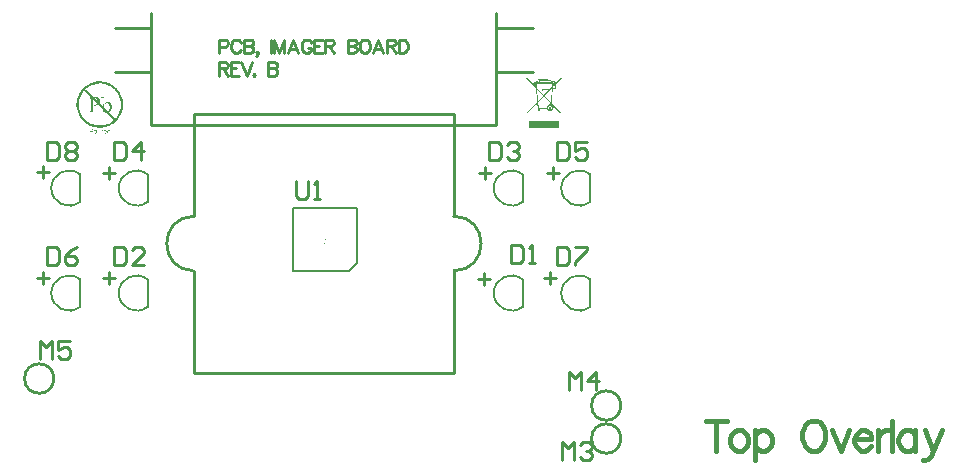
<source format=gto>
%FSLAX23Y23*%
%MOIN*%
G70*
G01*
G75*
G04 Layer_Color=65535*
%ADD10C,0.016*%
%ADD11C,0.010*%
%ADD12C,0.020*%
%ADD13C,0.018*%
%ADD14C,0.015*%
%ADD15C,0.100*%
%ADD16C,0.145*%
%ADD17C,0.050*%
%ADD18C,0.070*%
%ADD19C,0.060*%
%ADD20O,0.060X0.061*%
%ADD21C,0.059*%
%ADD22C,0.059*%
%ADD23R,0.059X0.059*%
%ADD24C,0.025*%
%ADD25R,0.051X0.059*%
%ADD26R,0.058X0.039*%
%ADD27R,0.022X0.057*%
%ADD28R,0.022X0.057*%
%ADD29R,0.039X0.058*%
%ADD30R,0.035X0.037*%
%ADD31R,0.035X0.037*%
%ADD32C,0.020*%
%ADD33C,0.025*%
%ADD34C,0.004*%
%ADD35C,0.006*%
%ADD36C,0.005*%
G36*
X1784Y1150D02*
Y1149D01*
Y1149D01*
Y1148D01*
Y1146D01*
Y1146D01*
Y1146D01*
Y1145D01*
Y1144D01*
Y1142D01*
Y1141D01*
Y1137D01*
Y1137D01*
Y1137D01*
Y1136D01*
Y1135D01*
Y1132D01*
Y1129D01*
Y1129D01*
Y1128D01*
Y1127D01*
Y1126D01*
Y1125D01*
Y1125D01*
X1682D01*
Y1126D01*
Y1126D01*
Y1127D01*
Y1128D01*
Y1129D01*
Y1129D01*
Y1130D01*
Y1130D01*
Y1131D01*
Y1133D01*
Y1134D01*
Y1137D01*
Y1138D01*
Y1138D01*
Y1139D01*
Y1140D01*
Y1143D01*
Y1146D01*
Y1146D01*
Y1147D01*
Y1148D01*
Y1150D01*
Y1150D01*
Y1150D01*
X1784D01*
Y1150D01*
D02*
G37*
G36*
X251Y1111D02*
X245D01*
Y1113D01*
X251D01*
Y1111D01*
D02*
G37*
G36*
X264Y1118D02*
X265Y1118D01*
X264Y1116D01*
X264Y1116D01*
X263Y1116D01*
X262D01*
X262Y1116D01*
X262Y1116D01*
X261Y1115D01*
Y1115D01*
X261Y1114D01*
X261Y1113D01*
Y1112D01*
Y1107D01*
X259D01*
Y1118D01*
X261D01*
Y1116D01*
X261Y1116D01*
X261Y1117D01*
X261Y1117D01*
X262Y1118D01*
X262D01*
X262Y1118D01*
X264D01*
X264Y1118D01*
D02*
G37*
G36*
X256Y1281D02*
X258Y1281D01*
X261Y1281D01*
X264Y1280D01*
X268Y1280D01*
X272Y1279D01*
X276Y1278D01*
X280Y1276D01*
X285Y1274D01*
X290Y1272D01*
X294Y1269D01*
X299Y1266D01*
X304Y1263D01*
X308Y1259D01*
X308Y1259D01*
X309Y1258D01*
X310Y1256D01*
X311Y1255D01*
X313Y1253D01*
X315Y1250D01*
X317Y1247D01*
X319Y1243D01*
X321Y1239D01*
X323Y1235D01*
X325Y1231D01*
X327Y1226D01*
X329Y1221D01*
X330Y1215D01*
X330Y1210D01*
X331Y1204D01*
Y1203D01*
Y1202D01*
X330Y1201D01*
X330Y1198D01*
X330Y1196D01*
X329Y1192D01*
X329Y1189D01*
X328Y1185D01*
X327Y1180D01*
X325Y1176D01*
X323Y1171D01*
X321Y1167D01*
X318Y1162D01*
X315Y1158D01*
X312Y1153D01*
X308Y1149D01*
X308Y1148D01*
X307Y1148D01*
X305Y1146D01*
X304Y1145D01*
X302Y1143D01*
X299Y1141D01*
X296Y1139D01*
X292Y1137D01*
X288Y1135D01*
X284Y1133D01*
X280Y1131D01*
X275Y1129D01*
X270Y1128D01*
X264Y1127D01*
X259Y1126D01*
X253Y1126D01*
X251D01*
X250Y1126D01*
X247Y1126D01*
X245Y1127D01*
X241Y1127D01*
X238Y1128D01*
X234Y1129D01*
X229Y1130D01*
X225Y1131D01*
X221Y1133D01*
X216Y1135D01*
X211Y1138D01*
X207Y1141D01*
X202Y1145D01*
X198Y1149D01*
X197Y1149D01*
X197Y1150D01*
X196Y1151D01*
X194Y1153D01*
X192Y1155D01*
X190Y1158D01*
X188Y1161D01*
X186Y1164D01*
X184Y1168D01*
X182Y1172D01*
X180Y1177D01*
X179Y1181D01*
X177Y1187D01*
X176Y1192D01*
X175Y1198D01*
X175Y1204D01*
Y1204D01*
Y1205D01*
X175Y1207D01*
X175Y1209D01*
X176Y1212D01*
X176Y1215D01*
X177Y1219D01*
X178Y1223D01*
X179Y1227D01*
X180Y1231D01*
X182Y1236D01*
X185Y1241D01*
X187Y1245D01*
X190Y1250D01*
X194Y1254D01*
X198Y1259D01*
X198Y1259D01*
X199Y1260D01*
X200Y1261D01*
X202Y1262D01*
X204Y1264D01*
X207Y1266D01*
X210Y1268D01*
X213Y1270D01*
X217Y1272D01*
X221Y1274D01*
X226Y1276D01*
X230Y1278D01*
X236Y1279D01*
X241Y1281D01*
X247Y1281D01*
X253Y1282D01*
X254D01*
X256Y1281D01*
D02*
G37*
G36*
X258Y1122D02*
X258Y1121D01*
X258D01*
X258Y1121D01*
X256D01*
X256Y1121D01*
X255Y1121D01*
Y1120D01*
X255Y1120D01*
X255Y1119D01*
Y1118D01*
X257D01*
Y1117D01*
X255D01*
Y1107D01*
X253D01*
Y1117D01*
X252D01*
Y1118D01*
X253D01*
Y1119D01*
Y1119D01*
Y1120D01*
Y1120D01*
X254Y1121D01*
Y1121D01*
X254Y1121D01*
X254Y1122D01*
X254Y1122D01*
X255D01*
X255Y1122D01*
X256Y1122D01*
X257D01*
X258Y1122D01*
D02*
G37*
G36*
X1792Y1292D02*
X1769Y1268D01*
X1772D01*
Y1256D01*
X1763D01*
X1761Y1236D01*
X1759Y1209D01*
X1789Y1178D01*
X1786Y1176D01*
X1758Y1205D01*
X1758Y1203D01*
X1760Y1203D01*
X1761Y1202D01*
X1762Y1200D01*
X1763Y1199D01*
X1764Y1198D01*
X1765Y1196D01*
X1765Y1195D01*
X1765Y1193D01*
X1765Y1191D01*
X1764Y1189D01*
X1763Y1187D01*
X1762Y1185D01*
X1761Y1184D01*
X1759Y1183D01*
X1757Y1182D01*
X1755Y1182D01*
X1753Y1181D01*
X1751Y1182D01*
X1749Y1183D01*
X1746Y1184D01*
X1745Y1186D01*
X1744Y1187D01*
X1743Y1189D01*
X1721D01*
Y1181D01*
X1714D01*
Y1189D01*
X1713D01*
X1711Y1209D01*
X1679Y1176D01*
X1677Y1178D01*
X1711Y1213D01*
X1709Y1229D01*
X1707Y1250D01*
X1706Y1259D01*
X1675Y1292D01*
X1677Y1294D01*
X1706Y1264D01*
X1705Y1271D01*
X1700D01*
Y1277D01*
X1705D01*
X1705Y1278D01*
X1705Y1279D01*
X1706Y1279D01*
X1706Y1280D01*
X1707Y1281D01*
X1708Y1282D01*
X1710Y1283D01*
X1711Y1283D01*
X1712Y1284D01*
Y1287D01*
X1720D01*
Y1286D01*
X1722Y1286D01*
X1724Y1287D01*
X1727Y1287D01*
X1728Y1287D01*
Y1289D01*
X1746D01*
Y1287D01*
X1748Y1286D01*
X1751Y1286D01*
X1754Y1285D01*
X1756Y1284D01*
X1759Y1283D01*
X1760Y1283D01*
X1762Y1282D01*
X1763Y1281D01*
X1763Y1281D01*
X1764Y1282D01*
X1765Y1283D01*
X1766Y1283D01*
X1768Y1283D01*
X1769Y1282D01*
X1770Y1281D01*
X1771Y1280D01*
X1771Y1279D01*
Y1278D01*
Y1277D01*
X1771Y1276D01*
X1771Y1276D01*
X1770Y1275D01*
X1769Y1274D01*
X1769Y1274D01*
X1768Y1273D01*
Y1272D01*
X1790Y1294D01*
X1792Y1292D01*
D02*
G37*
G36*
X272Y1118D02*
X273Y1118D01*
X274Y1117D01*
X275Y1116D01*
X275Y1116D01*
X276Y1114D01*
X276Y1112D01*
Y1112D01*
Y1112D01*
X268D01*
Y1112D01*
X268Y1111D01*
X268Y1110D01*
X269Y1109D01*
X269Y1109D01*
X269Y1109D01*
X270Y1108D01*
X271Y1108D01*
X271D01*
X272Y1108D01*
X273Y1109D01*
X273Y1109D01*
X273Y1109D01*
X273Y1110D01*
X274Y1110D01*
X276Y1110D01*
Y1110D01*
X275Y1109D01*
X275Y1108D01*
X274Y1107D01*
X274Y1107D01*
X273Y1107D01*
X272Y1107D01*
X271Y1106D01*
X271D01*
X270Y1107D01*
X268Y1107D01*
X267Y1108D01*
X267Y1108D01*
X266Y1109D01*
X266Y1111D01*
X265Y1112D01*
Y1112D01*
Y1113D01*
X266Y1114D01*
X266Y1115D01*
X267Y1117D01*
X267Y1117D01*
X268Y1117D01*
X269Y1118D01*
X271Y1118D01*
X271D01*
X272Y1118D01*
D02*
G37*
G36*
X284D02*
X285Y1118D01*
X287Y1117D01*
X287Y1116D01*
X287Y1116D01*
X288Y1114D01*
X288Y1112D01*
Y1112D01*
Y1112D01*
X279D01*
Y1112D01*
X280Y1111D01*
X280Y1110D01*
X281Y1109D01*
X281Y1109D01*
X281Y1109D01*
X282Y1108D01*
X283Y1108D01*
X284D01*
X284Y1108D01*
X285Y1109D01*
X285Y1109D01*
X285Y1109D01*
X286Y1110D01*
X286Y1110D01*
X288Y1110D01*
Y1110D01*
X287Y1109D01*
X287Y1108D01*
X286Y1107D01*
X286Y1107D01*
X285Y1107D01*
X284Y1107D01*
X283Y1106D01*
X283D01*
X282Y1107D01*
X280Y1107D01*
X279Y1108D01*
X279Y1108D01*
X278Y1109D01*
X278Y1110D01*
X278Y1112D01*
Y1112D01*
Y1113D01*
X278Y1114D01*
X278Y1115D01*
X279Y1117D01*
X279Y1117D01*
X280Y1117D01*
X281Y1118D01*
X283Y1118D01*
X283D01*
X284Y1118D01*
D02*
G37*
G36*
X227Y1122D02*
X228D01*
X229Y1122D01*
X229Y1121D01*
X229Y1121D01*
X230Y1121D01*
X231Y1120D01*
Y1120D01*
X231Y1119D01*
X231Y1119D01*
Y1118D01*
Y1117D01*
X231Y1117D01*
X231Y1116D01*
X230Y1114D01*
X230Y1114D01*
X229Y1114D01*
X227Y1113D01*
X225Y1113D01*
X221D01*
Y1107D01*
X219D01*
Y1122D01*
X226D01*
X227Y1122D01*
D02*
G37*
G36*
X235Y1117D02*
X236Y1117D01*
X236Y1118D01*
X237Y1118D01*
X238Y1118D01*
X239D01*
X240Y1118D01*
X241D01*
X241Y1118D01*
X242Y1117D01*
X242Y1116D01*
X242Y1116D01*
X243Y1115D01*
Y1115D01*
X243Y1114D01*
Y1113D01*
Y1112D01*
Y1112D01*
Y1112D01*
X243Y1111D01*
X243Y1109D01*
X242Y1108D01*
X242Y1108D01*
X241Y1107D01*
X240Y1107D01*
X238Y1106D01*
X238D01*
X237Y1107D01*
X236Y1107D01*
X235Y1108D01*
Y1107D01*
X233D01*
Y1122D01*
X235D01*
Y1117D01*
D02*
G37*
%LPC*%
G36*
X300Y1152D02*
X300Y1152D01*
X300Y1152D01*
X300Y1152D01*
D02*
G37*
G36*
X276Y1208D02*
X276D01*
X275Y1207D01*
X274Y1207D01*
X272Y1207D01*
X272Y1206D01*
X271Y1206D01*
X270Y1205D01*
X268Y1204D01*
Y1194D01*
X281Y1181D01*
X282Y1181D01*
X282Y1181D01*
X283Y1182D01*
X283Y1183D01*
X283Y1183D01*
X284Y1184D01*
X284Y1184D01*
X285Y1186D01*
X285Y1187D01*
X286Y1189D01*
X286Y1191D01*
X286Y1194D01*
Y1194D01*
Y1195D01*
X286Y1196D01*
X286Y1198D01*
X285Y1199D01*
X285Y1201D01*
X284Y1203D01*
X283Y1204D01*
X283Y1204D01*
X283Y1205D01*
X282Y1205D01*
X281Y1206D01*
X279Y1207D01*
X278Y1207D01*
X276Y1208D01*
D02*
G37*
G36*
X253Y1274D02*
X251D01*
X250Y1274D01*
X248Y1273D01*
X245Y1273D01*
X243Y1273D01*
X239Y1272D01*
X236Y1271D01*
X232Y1270D01*
X228Y1269D01*
X224Y1267D01*
X220Y1265D01*
X215Y1263D01*
X211Y1260D01*
X207Y1257D01*
X203Y1253D01*
X203Y1253D01*
X202Y1252D01*
X203Y1253D01*
X206Y1256D01*
X233Y1229D01*
X236D01*
X237Y1229D01*
X241Y1228D01*
X243Y1228D01*
X244Y1227D01*
X245D01*
X245Y1227D01*
X246Y1227D01*
X247Y1226D01*
X249Y1225D01*
X251Y1223D01*
X251Y1222D01*
X251Y1222D01*
X252Y1221D01*
X252Y1220D01*
X253Y1219D01*
X253Y1218D01*
X254Y1216D01*
X254Y1214D01*
Y1214D01*
Y1214D01*
Y1213D01*
X253Y1211D01*
X253Y1209D01*
X262Y1200D01*
Y1217D01*
Y1217D01*
Y1218D01*
Y1219D01*
Y1220D01*
Y1222D01*
X262Y1223D01*
Y1224D01*
Y1224D01*
X262Y1225D01*
X262Y1225D01*
X261Y1226D01*
Y1226D01*
X261Y1226D01*
X260Y1226D01*
X259D01*
X258Y1226D01*
X257Y1226D01*
X256Y1227D01*
X267Y1231D01*
X268D01*
Y1206D01*
X269Y1206D01*
X269Y1207D01*
X270Y1208D01*
X272Y1210D01*
X273Y1211D01*
X275Y1212D01*
X277Y1213D01*
X279Y1213D01*
X280D01*
X281Y1213D01*
X283Y1212D01*
X284Y1212D01*
X286Y1211D01*
X287Y1210D01*
X289Y1209D01*
X289Y1208D01*
X289Y1208D01*
X290Y1207D01*
X291Y1205D01*
X291Y1204D01*
X292Y1201D01*
X293Y1199D01*
X293Y1196D01*
Y1196D01*
Y1196D01*
Y1194D01*
X292Y1193D01*
X292Y1191D01*
X291Y1188D01*
X290Y1186D01*
X289Y1183D01*
X287Y1181D01*
X286Y1181D01*
X286Y1180D01*
X285Y1179D01*
X284Y1179D01*
X305Y1157D01*
X305Y1158D01*
X307Y1160D01*
X309Y1162D01*
X311Y1165D01*
X313Y1168D01*
X314Y1171D01*
X316Y1175D01*
X318Y1179D01*
X320Y1184D01*
X321Y1188D01*
X322Y1193D01*
X323Y1198D01*
X323Y1204D01*
Y1204D01*
Y1205D01*
X323Y1206D01*
X322Y1209D01*
X322Y1211D01*
X322Y1214D01*
X321Y1217D01*
X320Y1221D01*
X319Y1225D01*
X318Y1229D01*
X316Y1233D01*
X314Y1237D01*
X312Y1241D01*
X309Y1245D01*
X306Y1249D01*
X302Y1253D01*
X302Y1254D01*
X301Y1254D01*
X300Y1255D01*
X299Y1256D01*
X297Y1258D01*
X294Y1260D01*
X292Y1262D01*
X288Y1264D01*
X285Y1265D01*
X281Y1267D01*
X277Y1269D01*
X273Y1271D01*
X268Y1272D01*
X263Y1273D01*
X258Y1274D01*
X253Y1274D01*
D02*
G37*
G36*
X305Y1157D02*
X304Y1156D01*
X302Y1154D01*
X300Y1152D01*
X302Y1154D01*
X303Y1154D01*
X303Y1155D01*
X304Y1156D01*
X305Y1157D01*
X305Y1157D01*
D02*
G37*
G36*
X271Y1117D02*
X270D01*
X269Y1116D01*
X269Y1116D01*
X268Y1116D01*
X268Y1115D01*
X268Y1114D01*
X268Y1113D01*
X274D01*
Y1114D01*
X274Y1114D01*
X273Y1115D01*
X273Y1116D01*
X273Y1116D01*
X273Y1116D01*
X272Y1116D01*
X271Y1117D01*
D02*
G37*
G36*
X238D02*
X238D01*
X237Y1116D01*
X237Y1116D01*
X236Y1116D01*
X236Y1115D01*
X236Y1115D01*
X235Y1114D01*
X235Y1112D01*
Y1112D01*
Y1111D01*
X235Y1110D01*
X236Y1110D01*
X236Y1109D01*
X236Y1109D01*
X237Y1108D01*
X238Y1108D01*
X238D01*
X239Y1108D01*
X240Y1109D01*
X240Y1109D01*
X241Y1109D01*
X241Y1110D01*
X241Y1111D01*
X241Y1112D01*
Y1112D01*
Y1113D01*
Y1114D01*
X241Y1115D01*
X240Y1116D01*
X240Y1116D01*
X240Y1116D01*
X239Y1116D01*
X238Y1117D01*
D02*
G37*
G36*
X283D02*
X282D01*
X281Y1116D01*
X281Y1116D01*
X280Y1116D01*
X280Y1115D01*
X280Y1114D01*
X280Y1113D01*
X286D01*
Y1114D01*
X286Y1114D01*
X286Y1115D01*
X285Y1116D01*
X285Y1116D01*
X285Y1116D01*
X284Y1116D01*
X283Y1117D01*
D02*
G37*
G36*
X201Y1250D02*
X200Y1250D01*
X198Y1248D01*
X197Y1245D01*
X195Y1243D01*
X193Y1239D01*
X191Y1236D01*
X189Y1232D01*
X187Y1228D01*
X186Y1224D01*
X185Y1219D01*
X184Y1214D01*
X183Y1209D01*
X183Y1204D01*
Y1203D01*
Y1202D01*
X183Y1201D01*
X183Y1199D01*
X183Y1196D01*
X184Y1193D01*
X184Y1190D01*
X185Y1187D01*
X186Y1183D01*
X188Y1179D01*
X189Y1175D01*
X191Y1171D01*
X194Y1166D01*
X196Y1162D01*
X200Y1158D01*
X203Y1154D01*
X203Y1154D01*
X204Y1153D01*
X205Y1152D01*
X207Y1151D01*
X209Y1149D01*
X211Y1148D01*
X214Y1146D01*
X217Y1144D01*
X221Y1142D01*
X224Y1140D01*
X229Y1138D01*
X233Y1137D01*
X237Y1136D01*
X242Y1135D01*
X247Y1134D01*
X253Y1134D01*
X254D01*
X255Y1134D01*
X258Y1134D01*
X260Y1134D01*
X263Y1135D01*
X266Y1135D01*
X270Y1136D01*
X274Y1137D01*
X278Y1139D01*
X282Y1140D01*
X286Y1142D01*
X290Y1145D01*
X294Y1147D01*
X298Y1151D01*
X300Y1152D01*
X275Y1176D01*
X274D01*
X273Y1176D01*
X271Y1177D01*
X269Y1177D01*
X268D01*
X268Y1178D01*
X267Y1178D01*
X267Y1178D01*
X264Y1179D01*
X262Y1181D01*
Y1189D01*
X248Y1203D01*
X248Y1203D01*
X247Y1203D01*
X247Y1202D01*
X246Y1202D01*
X244Y1201D01*
X242Y1201D01*
X240Y1201D01*
X238Y1200D01*
X235D01*
X234Y1201D01*
X233D01*
X233Y1201D01*
X231Y1201D01*
X229Y1201D01*
Y1186D01*
Y1186D01*
Y1186D01*
Y1185D01*
X229Y1184D01*
X230Y1182D01*
X230Y1181D01*
X230Y1180D01*
X230Y1180D01*
X231Y1179D01*
X233Y1179D01*
X235Y1179D01*
X237D01*
Y1177D01*
X214D01*
Y1179D01*
X217D01*
X218Y1179D01*
X220Y1180D01*
X221Y1180D01*
X221Y1181D01*
X221Y1181D01*
Y1181D01*
X221Y1182D01*
X222Y1183D01*
Y1184D01*
X222Y1185D01*
Y1186D01*
Y1220D01*
Y1220D01*
Y1220D01*
Y1221D01*
X222Y1222D01*
X221Y1224D01*
X221Y1225D01*
X221Y1226D01*
X221Y1226D01*
X220Y1227D01*
X218Y1227D01*
X216Y1227D01*
X214D01*
Y1229D01*
X222D01*
X201Y1250D01*
D02*
G37*
G36*
X227Y1121D02*
X221D01*
Y1115D01*
X226D01*
X226Y1115D01*
X227Y1115D01*
X228Y1116D01*
X228Y1116D01*
X229Y1116D01*
X229Y1117D01*
X229Y1118D01*
Y1118D01*
Y1118D01*
X229Y1119D01*
Y1120D01*
X228Y1120D01*
X228Y1120D01*
X227Y1120D01*
X227D01*
X227Y1121D01*
D02*
G37*
G36*
X229Y1222D02*
Y1204D01*
X229D01*
X230Y1203D01*
X232Y1203D01*
X233Y1203D01*
X234D01*
X235Y1203D01*
X236D01*
X237Y1203D01*
X238Y1203D01*
X239Y1204D01*
X240Y1204D01*
X241Y1205D01*
X242Y1206D01*
X242Y1206D01*
X243Y1206D01*
X243Y1207D01*
X244Y1208D01*
X229Y1222D01*
D02*
G37*
G36*
X1769Y1265D02*
X1762D01*
Y1259D01*
X1769D01*
Y1265D01*
D02*
G37*
G36*
X1766Y1279D02*
X1766D01*
X1765Y1279D01*
X1765Y1279D01*
X1765Y1278D01*
Y1278D01*
X1765Y1277D01*
X1765Y1277D01*
X1766Y1276D01*
X1766D01*
X1767Y1277D01*
X1768Y1277D01*
X1768Y1278D01*
Y1278D01*
X1768Y1279D01*
X1767Y1279D01*
X1766Y1279D01*
D02*
G37*
G36*
X1761Y1271D02*
X1709D01*
X1710Y1260D01*
X1733Y1236D01*
X1744Y1247D01*
X1728D01*
Y1254D01*
X1751D01*
X1759Y1262D01*
Y1268D01*
X1761D01*
X1761Y1271D01*
D02*
G37*
G36*
X1748Y1251D02*
X1731D01*
Y1250D01*
X1748D01*
Y1251D01*
D02*
G37*
G36*
X1716Y1284D02*
X1715D01*
Y1280D01*
X1716D01*
Y1284D01*
D02*
G37*
G36*
X1743Y1286D02*
X1731D01*
X1732Y1284D01*
X1743D01*
Y1286D01*
D02*
G37*
G36*
X1712Y1280D02*
X1710Y1279D01*
X1709Y1278D01*
X1708Y1278D01*
X1708Y1277D01*
X1712D01*
Y1280D01*
D02*
G37*
G36*
X1728Y1283D02*
X1725Y1283D01*
X1722Y1283D01*
X1720Y1282D01*
Y1277D01*
X1761D01*
Y1278D01*
X1760Y1279D01*
X1758Y1280D01*
X1756Y1281D01*
X1753Y1282D01*
X1750Y1283D01*
X1746Y1283D01*
Y1281D01*
X1728D01*
Y1283D01*
D02*
G37*
G36*
X1710Y1255D02*
X1714Y1216D01*
X1731Y1233D01*
X1710Y1255D01*
D02*
G37*
G36*
X201Y1251D02*
X201Y1251D01*
X201Y1250D01*
X201Y1251D01*
D02*
G37*
G36*
X1754Y1199D02*
X1753D01*
X1752Y1198D01*
X1751Y1198D01*
X1750Y1197D01*
X1749Y1196D01*
X1748Y1195D01*
X1748Y1193D01*
Y1193D01*
Y1192D01*
X1748Y1191D01*
X1749Y1190D01*
X1749Y1189D01*
X1750Y1188D01*
X1752Y1187D01*
X1754Y1187D01*
X1754D01*
X1755Y1188D01*
X1756Y1188D01*
X1757Y1189D01*
X1758Y1190D01*
X1759Y1191D01*
X1759Y1193D01*
Y1193D01*
Y1194D01*
X1759Y1195D01*
X1758Y1196D01*
X1758Y1197D01*
X1757Y1198D01*
X1755Y1198D01*
X1754Y1199D01*
D02*
G37*
G36*
X1718Y1189D02*
X1717D01*
Y1184D01*
X1718D01*
Y1189D01*
D02*
G37*
G36*
X1759Y1258D02*
X1751Y1250D01*
Y1247D01*
X1749D01*
X1736Y1233D01*
X1756Y1212D01*
X1759Y1256D01*
X1759D01*
Y1258D01*
D02*
G37*
G36*
X1733Y1231D02*
X1714Y1212D01*
X1716Y1192D01*
X1742D01*
X1742Y1194D01*
X1743Y1196D01*
X1744Y1198D01*
X1745Y1200D01*
X1746Y1202D01*
X1748Y1203D01*
X1750Y1204D01*
X1752Y1204D01*
X1754Y1204D01*
X1755Y1204D01*
X1755Y1208D01*
X1733Y1231D01*
D02*
G37*
G36*
X237Y1225D02*
X245Y1218D01*
Y1218D01*
X245Y1218D01*
X244Y1219D01*
X244Y1220D01*
Y1220D01*
X244Y1220D01*
X243Y1221D01*
X241Y1223D01*
X240Y1224D01*
X240Y1224D01*
X239Y1225D01*
X238Y1225D01*
X237Y1225D01*
D02*
G37*
%LPD*%
G36*
X1755Y1196D02*
X1756Y1196D01*
X1757Y1195D01*
X1757Y1194D01*
X1757Y1193D01*
Y1193D01*
Y1192D01*
X1757Y1191D01*
X1756Y1190D01*
X1756Y1190D01*
X1755Y1189D01*
X1754Y1189D01*
X1753D01*
X1752Y1190D01*
X1751Y1190D01*
X1750Y1191D01*
X1750Y1192D01*
X1750Y1193D01*
Y1193D01*
Y1194D01*
X1750Y1195D01*
X1751Y1196D01*
X1751Y1196D01*
X1752Y1196D01*
X1754Y1197D01*
X1754D01*
X1755Y1196D01*
D02*
G37*
%LPC*%
G36*
X1754Y1194D02*
X1753D01*
X1753Y1193D01*
Y1193D01*
Y1193D01*
X1753Y1193D01*
X1754Y1192D01*
X1754D01*
X1754Y1193D01*
Y1193D01*
Y1193D01*
Y1193D01*
X1754Y1194D01*
D02*
G37*
%LPD*%
D11*
X567Y831D02*
G03*
X567Y649I0J-91D01*
G01*
X1433D02*
G03*
X1433Y831I0J91D01*
G01*
X100Y290D02*
G03*
X100Y290I-49J0D01*
G01*
X1990Y90D02*
G03*
X1990Y90I-49J0D01*
G01*
Y200D02*
G03*
X1990Y200I-49J0D01*
G01*
X1576Y1458D02*
X1696D01*
X1576Y1313D02*
X1696D01*
X305D02*
X425D01*
Y1135D02*
X1575D01*
X305Y1458D02*
X425D01*
Y1135D02*
Y1510D01*
X1575Y1135D02*
Y1510D01*
X567Y307D02*
X1433D01*
X567Y1173D02*
X1433D01*
X567Y307D02*
Y649D01*
Y831D02*
Y1173D01*
X1433Y307D02*
Y649D01*
Y831D02*
Y1173D01*
X906Y949D02*
Y899D01*
X916Y889D01*
X936D01*
X946Y899D01*
Y949D01*
X966Y889D02*
X986D01*
X976D01*
Y949D01*
X966Y939D01*
X76Y1077D02*
Y1017D01*
X106D01*
X116Y1027D01*
Y1067D01*
X106Y1077D01*
X76D01*
X136Y1067D02*
X146Y1077D01*
X166D01*
X176Y1067D01*
Y1057D01*
X166Y1047D01*
X176Y1037D01*
Y1027D01*
X166Y1017D01*
X146D01*
X136Y1027D01*
Y1037D01*
X146Y1047D01*
X136Y1057D01*
Y1067D01*
X146Y1047D02*
X166D01*
X1776Y727D02*
Y667D01*
X1806D01*
X1816Y677D01*
Y717D01*
X1806Y727D01*
X1776D01*
X1836D02*
X1876D01*
Y717D01*
X1836Y677D01*
Y667D01*
X76Y727D02*
Y667D01*
X106D01*
X116Y677D01*
Y717D01*
X106Y727D01*
X76D01*
X176D02*
X156Y717D01*
X136Y697D01*
Y677D01*
X146Y667D01*
X166D01*
X176Y677D01*
Y687D01*
X166Y697D01*
X136D01*
X1776Y1077D02*
Y1017D01*
X1806D01*
X1816Y1027D01*
Y1067D01*
X1806Y1077D01*
X1776D01*
X1876D02*
X1836D01*
Y1047D01*
X1856Y1057D01*
X1866D01*
X1876Y1047D01*
Y1027D01*
X1866Y1017D01*
X1846D01*
X1836Y1027D01*
X301Y1077D02*
Y1017D01*
X331D01*
X341Y1027D01*
Y1067D01*
X331Y1077D01*
X301D01*
X391Y1017D02*
Y1077D01*
X361Y1047D01*
X401D01*
X1551Y1077D02*
Y1017D01*
X1581D01*
X1591Y1027D01*
Y1067D01*
X1581Y1077D01*
X1551D01*
X1611Y1067D02*
X1621Y1077D01*
X1641D01*
X1651Y1067D01*
Y1057D01*
X1641Y1047D01*
X1631D01*
X1641D01*
X1651Y1037D01*
Y1027D01*
X1641Y1017D01*
X1621D01*
X1611Y1027D01*
X301Y727D02*
Y667D01*
X331D01*
X341Y677D01*
Y717D01*
X331Y727D01*
X301D01*
X401Y667D02*
X361D01*
X401Y707D01*
Y717D01*
X391Y727D01*
X371D01*
X361Y717D01*
X1625Y735D02*
Y675D01*
X1655D01*
X1665Y685D01*
Y725D01*
X1655Y735D01*
X1625D01*
X1685Y675D02*
X1705D01*
X1695D01*
Y735D01*
X1685Y725D01*
X1793Y19D02*
Y79D01*
X1813Y59D01*
X1833Y79D01*
Y19D01*
X1853Y69D02*
X1863Y79D01*
X1883D01*
X1893Y69D01*
Y59D01*
X1883Y49D01*
X1873D01*
X1883D01*
X1893Y39D01*
Y29D01*
X1883Y19D01*
X1863D01*
X1853Y29D01*
X1816Y253D02*
Y313D01*
X1836Y293D01*
X1856Y313D01*
Y253D01*
X1906D02*
Y313D01*
X1876Y283D01*
X1916D01*
X55Y354D02*
Y414D01*
X75Y394D01*
X95Y414D01*
Y354D01*
X155Y414D02*
X115D01*
Y384D01*
X135Y394D01*
X145D01*
X155Y384D01*
Y364D01*
X145Y354D01*
X125D01*
X115Y364D01*
X650Y1396D02*
X669D01*
X676Y1399D01*
X678Y1401D01*
X680Y1405D01*
Y1411D01*
X678Y1416D01*
X676Y1418D01*
X669Y1420D01*
X650D01*
Y1375D01*
X722Y1409D02*
X720Y1414D01*
X716Y1418D01*
X711Y1420D01*
X703D01*
X699Y1418D01*
X694Y1414D01*
X692Y1409D01*
X690Y1403D01*
Y1392D01*
X692Y1386D01*
X694Y1381D01*
X699Y1377D01*
X703Y1375D01*
X711D01*
X716Y1377D01*
X720Y1381D01*
X722Y1386D01*
X735Y1420D02*
Y1375D01*
Y1420D02*
X754D01*
X761Y1418D01*
X763Y1416D01*
X765Y1411D01*
Y1407D01*
X763Y1403D01*
X761Y1401D01*
X754Y1399D01*
X735D02*
X754D01*
X761Y1396D01*
X763Y1394D01*
X765Y1390D01*
Y1384D01*
X763Y1379D01*
X761Y1377D01*
X754Y1375D01*
X735D01*
X779Y1377D02*
X777Y1375D01*
X775Y1377D01*
X777Y1379D01*
X779Y1377D01*
Y1373D01*
X777Y1369D01*
X775Y1366D01*
X824Y1420D02*
Y1375D01*
X834Y1420D02*
Y1375D01*
Y1420D02*
X851Y1375D01*
X868Y1420D02*
X851Y1375D01*
X868Y1420D02*
Y1375D01*
X915D02*
X898Y1420D01*
X881Y1375D01*
X887Y1390D02*
X909D01*
X958Y1409D02*
X956Y1414D01*
X951Y1418D01*
X947Y1420D01*
X939D01*
X934Y1418D01*
X930Y1414D01*
X928Y1409D01*
X926Y1403D01*
Y1392D01*
X928Y1386D01*
X930Y1381D01*
X934Y1377D01*
X939Y1375D01*
X947D01*
X951Y1377D01*
X956Y1381D01*
X958Y1386D01*
Y1392D01*
X947D02*
X958D01*
X996Y1420D02*
X968D01*
Y1375D01*
X996D01*
X968Y1399D02*
X985D01*
X1003Y1420D02*
Y1375D01*
Y1420D02*
X1023D01*
X1029Y1418D01*
X1031Y1416D01*
X1033Y1411D01*
Y1407D01*
X1031Y1403D01*
X1029Y1401D01*
X1023Y1399D01*
X1003D01*
X1018D02*
X1033Y1375D01*
X1079Y1420D02*
Y1375D01*
Y1420D02*
X1098D01*
X1105Y1418D01*
X1107Y1416D01*
X1109Y1411D01*
Y1407D01*
X1107Y1403D01*
X1105Y1401D01*
X1098Y1399D01*
X1079D02*
X1098D01*
X1105Y1396D01*
X1107Y1394D01*
X1109Y1390D01*
Y1384D01*
X1107Y1379D01*
X1105Y1377D01*
X1098Y1375D01*
X1079D01*
X1132Y1420D02*
X1128Y1418D01*
X1123Y1414D01*
X1121Y1409D01*
X1119Y1403D01*
Y1392D01*
X1121Y1386D01*
X1123Y1381D01*
X1128Y1377D01*
X1132Y1375D01*
X1140D01*
X1145Y1377D01*
X1149Y1381D01*
X1151Y1386D01*
X1153Y1392D01*
Y1403D01*
X1151Y1409D01*
X1149Y1414D01*
X1145Y1418D01*
X1140Y1420D01*
X1132D01*
X1198Y1375D02*
X1181Y1420D01*
X1164Y1375D01*
X1170Y1390D02*
X1192D01*
X1209Y1420D02*
Y1375D01*
Y1420D02*
X1228D01*
X1234Y1418D01*
X1236Y1416D01*
X1239Y1411D01*
Y1407D01*
X1236Y1403D01*
X1234Y1401D01*
X1228Y1399D01*
X1209D01*
X1224D02*
X1239Y1375D01*
X1249Y1420D02*
Y1375D01*
Y1420D02*
X1264D01*
X1270Y1418D01*
X1274Y1414D01*
X1276Y1409D01*
X1279Y1403D01*
Y1392D01*
X1276Y1386D01*
X1274Y1381D01*
X1270Y1377D01*
X1264Y1375D01*
X1249D01*
X650Y1345D02*
Y1300D01*
Y1345D02*
X669D01*
X676Y1343D01*
X678Y1341D01*
X680Y1336D01*
Y1332D01*
X678Y1328D01*
X676Y1326D01*
X669Y1324D01*
X650D01*
X665D02*
X680Y1300D01*
X718Y1345D02*
X690D01*
Y1300D01*
X718D01*
X690Y1324D02*
X707D01*
X725Y1345D02*
X743Y1300D01*
X760Y1345D02*
X743Y1300D01*
X768Y1304D02*
X765Y1302D01*
X768Y1300D01*
X770Y1302D01*
X768Y1304D01*
X815Y1345D02*
Y1300D01*
Y1345D02*
X834D01*
X841Y1343D01*
X843Y1341D01*
X845Y1336D01*
Y1332D01*
X843Y1328D01*
X841Y1326D01*
X834Y1324D01*
X815D02*
X834D01*
X841Y1321D01*
X843Y1319D01*
X845Y1315D01*
Y1309D01*
X843Y1304D01*
X841Y1302D01*
X834Y1300D01*
X815D01*
X1744Y975D02*
X1784D01*
X1764Y995D02*
Y955D01*
X1735Y624D02*
X1775D01*
X1755Y644D02*
Y604D01*
X1512Y621D02*
X1552D01*
X1532Y641D02*
Y601D01*
X1517Y976D02*
X1557D01*
X1537Y996D02*
Y956D01*
X263Y974D02*
X303D01*
X283Y994D02*
Y954D01*
X42Y626D02*
X82D01*
X62Y646D02*
Y606D01*
X42Y977D02*
X82D01*
X62Y997D02*
Y957D01*
X265Y626D02*
X305D01*
X285Y646D02*
Y606D01*
D14*
X2308Y150D02*
Y50D01*
X2275Y150D02*
X2342D01*
X2377Y117D02*
X2368Y112D01*
X2358Y102D01*
X2354Y88D01*
Y79D01*
X2358Y64D01*
X2368Y55D01*
X2377Y50D01*
X2392D01*
X2401Y55D01*
X2411Y64D01*
X2415Y79D01*
Y88D01*
X2411Y102D01*
X2401Y112D01*
X2392Y117D01*
X2377D01*
X2437D02*
Y17D01*
Y102D02*
X2447Y112D01*
X2456Y117D01*
X2471D01*
X2480Y112D01*
X2490Y102D01*
X2494Y88D01*
Y79D01*
X2490Y64D01*
X2480Y55D01*
X2471Y50D01*
X2456D01*
X2447Y55D01*
X2437Y64D01*
X2623Y150D02*
X2613Y145D01*
X2604Y136D01*
X2599Y126D01*
X2594Y112D01*
Y88D01*
X2599Y74D01*
X2604Y64D01*
X2613Y55D01*
X2623Y50D01*
X2642D01*
X2652Y55D01*
X2661Y64D01*
X2666Y74D01*
X2671Y88D01*
Y112D01*
X2666Y126D01*
X2661Y136D01*
X2652Y145D01*
X2642Y150D01*
X2623D01*
X2694Y117D02*
X2723Y50D01*
X2751Y117D02*
X2723Y50D01*
X2767Y88D02*
X2824D01*
Y98D01*
X2820Y107D01*
X2815Y112D01*
X2805Y117D01*
X2791D01*
X2782Y112D01*
X2772Y102D01*
X2767Y88D01*
Y79D01*
X2772Y64D01*
X2782Y55D01*
X2791Y50D01*
X2805D01*
X2815Y55D01*
X2824Y64D01*
X2846Y117D02*
Y50D01*
Y88D02*
X2851Y102D01*
X2860Y112D01*
X2870Y117D01*
X2884D01*
X2893Y150D02*
Y50D01*
X2971Y117D02*
Y50D01*
Y102D02*
X2962Y112D01*
X2952Y117D01*
X2938D01*
X2928Y112D01*
X2919Y102D01*
X2914Y88D01*
Y79D01*
X2919Y64D01*
X2928Y55D01*
X2938Y50D01*
X2952D01*
X2962Y55D01*
X2971Y64D01*
X3002Y117D02*
X3031Y50D01*
X3060Y117D02*
X3031Y50D01*
X3022Y31D01*
X3012Y21D01*
X3002Y17D01*
X2998D01*
D34*
X1002Y740D02*
G03*
X1002Y740I-2J0D01*
G01*
X1005Y753D02*
G03*
X1005Y753I-2J0D01*
G01*
D35*
X188Y970D02*
G03*
X188Y880I-38J-45D01*
G01*
X1888Y620D02*
G03*
X1888Y530I-38J-45D01*
G01*
X188Y620D02*
G03*
X188Y530I-38J-45D01*
G01*
X1888Y970D02*
G03*
X1888Y880I-38J-45D01*
G01*
X413Y970D02*
G03*
X413Y880I-38J-45D01*
G01*
X1663Y970D02*
G03*
X1663Y880I-38J-45D01*
G01*
X413Y620D02*
G03*
X413Y530I-38J-45D01*
G01*
X1663Y620D02*
G03*
X1663Y530I-38J-45D01*
G01*
X188Y880D02*
Y970D01*
X1888Y530D02*
Y620D01*
X188Y530D02*
Y620D01*
X1888Y880D02*
Y970D01*
X413Y880D02*
Y970D01*
X1663Y880D02*
Y970D01*
X413Y530D02*
Y620D01*
X1663Y530D02*
Y620D01*
D36*
X898Y857D02*
X1109D01*
X898Y649D02*
Y857D01*
Y649D02*
X1084D01*
X1109Y674D02*
Y857D01*
X1084Y649D02*
X1109Y674D01*
M02*

</source>
